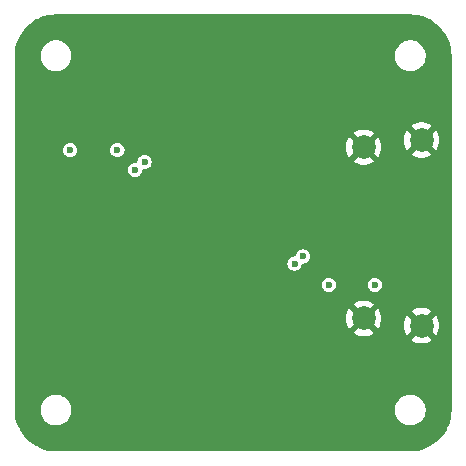
<source format=gbr>
%TF.GenerationSoftware,KiCad,Pcbnew,8.0.2*%
%TF.CreationDate,2024-06-01T15:43:26+01:00*%
%TF.ProjectId,hdmi-csi,68646d69-2d63-4736-992e-6b696361645f,rev?*%
%TF.SameCoordinates,Original*%
%TF.FileFunction,Copper,L2,Inr*%
%TF.FilePolarity,Positive*%
%FSLAX46Y46*%
G04 Gerber Fmt 4.6, Leading zero omitted, Abs format (unit mm)*
G04 Created by KiCad (PCBNEW 8.0.2) date 2024-06-01 15:43:26*
%MOMM*%
%LPD*%
G01*
G04 APERTURE LIST*
%TA.AperFunction,ComponentPad*%
%ADD10C,2.000000*%
%TD*%
%TA.AperFunction,ViaPad*%
%ADD11C,0.600000*%
%TD*%
G04 APERTURE END LIST*
D10*
%TO.N,GND*%
%TO.C,CN1*%
X184950000Y-76850000D03*
X180050000Y-76250000D03*
X180050000Y-61750000D03*
X184950000Y-61150000D03*
%TD*%
D11*
%TO.N,GND*%
X181100000Y-64750000D03*
X181125000Y-66275000D03*
X181150000Y-67775000D03*
X181200000Y-69300000D03*
X181200000Y-71600000D03*
%TO.N,+3.3V*%
X177100000Y-73400000D03*
X181000000Y-73400000D03*
%TO.N,/CAM_SDA*%
X174900000Y-71000000D03*
X161500000Y-63000000D03*
%TO.N,/CAM_SCL*%
X174200000Y-71600000D03*
X160700000Y-63671750D03*
%TO.N,GND*%
X155300000Y-73000000D03*
X155300000Y-67000000D03*
X155300000Y-70000000D03*
%TO.N,+3.3V*%
X155200000Y-62000000D03*
X159200000Y-62000000D03*
%TO.N,GND*%
X155300000Y-76000000D03*
%TD*%
%TA.AperFunction,Conductor*%
%TO.N,GND*%
G36*
X184003032Y-50500648D02*
G01*
X184336929Y-50517052D01*
X184349037Y-50518245D01*
X184452146Y-50533539D01*
X184676699Y-50566849D01*
X184688617Y-50569219D01*
X185009951Y-50649709D01*
X185021588Y-50653240D01*
X185092806Y-50678722D01*
X185333467Y-50764832D01*
X185344688Y-50769479D01*
X185644163Y-50911120D01*
X185654871Y-50916844D01*
X185938988Y-51087137D01*
X185949106Y-51093897D01*
X186215170Y-51291224D01*
X186224576Y-51298944D01*
X186470013Y-51521395D01*
X186478604Y-51529986D01*
X186665755Y-51736475D01*
X186701055Y-51775423D01*
X186708775Y-51784829D01*
X186906102Y-52050893D01*
X186912862Y-52061011D01*
X187041776Y-52276092D01*
X187083148Y-52345116D01*
X187088885Y-52355848D01*
X187230514Y-52655297D01*
X187235170Y-52666540D01*
X187346759Y-52978411D01*
X187350292Y-52990055D01*
X187430777Y-53311369D01*
X187433151Y-53323305D01*
X187481754Y-53650962D01*
X187482947Y-53663071D01*
X187499351Y-53996966D01*
X187499500Y-54003051D01*
X187499500Y-83996948D01*
X187499351Y-84003033D01*
X187482947Y-84336928D01*
X187481754Y-84349037D01*
X187433151Y-84676694D01*
X187430777Y-84688630D01*
X187350292Y-85009944D01*
X187346759Y-85021588D01*
X187235170Y-85333459D01*
X187230514Y-85344702D01*
X187088885Y-85644151D01*
X187083148Y-85654883D01*
X186912862Y-85938988D01*
X186906102Y-85949106D01*
X186708775Y-86215170D01*
X186701055Y-86224576D01*
X186478611Y-86470006D01*
X186470006Y-86478611D01*
X186224576Y-86701055D01*
X186215170Y-86708775D01*
X185949106Y-86906102D01*
X185938988Y-86912862D01*
X185654883Y-87083148D01*
X185644151Y-87088885D01*
X185344702Y-87230514D01*
X185333459Y-87235170D01*
X185021588Y-87346759D01*
X185009944Y-87350292D01*
X184688630Y-87430777D01*
X184676694Y-87433151D01*
X184349037Y-87481754D01*
X184336928Y-87482947D01*
X184021989Y-87498419D01*
X184003031Y-87499351D01*
X183996949Y-87499500D01*
X154003051Y-87499500D01*
X153996968Y-87499351D01*
X153976900Y-87498365D01*
X153663071Y-87482947D01*
X153650962Y-87481754D01*
X153323305Y-87433151D01*
X153311369Y-87430777D01*
X152990055Y-87350292D01*
X152978411Y-87346759D01*
X152666540Y-87235170D01*
X152655301Y-87230515D01*
X152355844Y-87088883D01*
X152345121Y-87083150D01*
X152061011Y-86912862D01*
X152050893Y-86906102D01*
X151784829Y-86708775D01*
X151775423Y-86701055D01*
X151736475Y-86665755D01*
X151529986Y-86478604D01*
X151521395Y-86470013D01*
X151298944Y-86224576D01*
X151291224Y-86215170D01*
X151093897Y-85949106D01*
X151087137Y-85938988D01*
X150916844Y-85654871D01*
X150911120Y-85644163D01*
X150769479Y-85344688D01*
X150764829Y-85333459D01*
X150718944Y-85205220D01*
X150653240Y-85021588D01*
X150649707Y-85009944D01*
X150640958Y-84975015D01*
X150569219Y-84688617D01*
X150566848Y-84676694D01*
X150518245Y-84349037D01*
X150517052Y-84336927D01*
X150500649Y-84003032D01*
X150500500Y-83996948D01*
X150500500Y-83897648D01*
X152699500Y-83897648D01*
X152699500Y-84102351D01*
X152731522Y-84304534D01*
X152794781Y-84499223D01*
X152858691Y-84624653D01*
X152885208Y-84676694D01*
X152887715Y-84681613D01*
X153008028Y-84847213D01*
X153152786Y-84991971D01*
X153307749Y-85104556D01*
X153318390Y-85112287D01*
X153434607Y-85171503D01*
X153500776Y-85205218D01*
X153500778Y-85205218D01*
X153500781Y-85205220D01*
X153605137Y-85239127D01*
X153695465Y-85268477D01*
X153796557Y-85284488D01*
X153897648Y-85300500D01*
X153897649Y-85300500D01*
X154102351Y-85300500D01*
X154102352Y-85300500D01*
X154304534Y-85268477D01*
X154499219Y-85205220D01*
X154681610Y-85112287D01*
X154774590Y-85044732D01*
X154847213Y-84991971D01*
X154847215Y-84991968D01*
X154847219Y-84991966D01*
X154991966Y-84847219D01*
X154991968Y-84847215D01*
X154991971Y-84847213D01*
X155044732Y-84774590D01*
X155112287Y-84681610D01*
X155205220Y-84499219D01*
X155268477Y-84304534D01*
X155300500Y-84102352D01*
X155300500Y-83897648D01*
X182699500Y-83897648D01*
X182699500Y-84102351D01*
X182731522Y-84304534D01*
X182794781Y-84499223D01*
X182858691Y-84624653D01*
X182885208Y-84676694D01*
X182887715Y-84681613D01*
X183008028Y-84847213D01*
X183152786Y-84991971D01*
X183307749Y-85104556D01*
X183318390Y-85112287D01*
X183434607Y-85171503D01*
X183500776Y-85205218D01*
X183500778Y-85205218D01*
X183500781Y-85205220D01*
X183605137Y-85239127D01*
X183695465Y-85268477D01*
X183796557Y-85284488D01*
X183897648Y-85300500D01*
X183897649Y-85300500D01*
X184102351Y-85300500D01*
X184102352Y-85300500D01*
X184304534Y-85268477D01*
X184499219Y-85205220D01*
X184681610Y-85112287D01*
X184774590Y-85044732D01*
X184847213Y-84991971D01*
X184847215Y-84991968D01*
X184847219Y-84991966D01*
X184991966Y-84847219D01*
X184991968Y-84847215D01*
X184991971Y-84847213D01*
X185044732Y-84774590D01*
X185112287Y-84681610D01*
X185205220Y-84499219D01*
X185268477Y-84304534D01*
X185300500Y-84102352D01*
X185300500Y-83897648D01*
X185268477Y-83695466D01*
X185205220Y-83500781D01*
X185205218Y-83500778D01*
X185205218Y-83500776D01*
X185171503Y-83434607D01*
X185112287Y-83318390D01*
X185104556Y-83307749D01*
X184991971Y-83152786D01*
X184847213Y-83008028D01*
X184681613Y-82887715D01*
X184681612Y-82887714D01*
X184681610Y-82887713D01*
X184624653Y-82858691D01*
X184499223Y-82794781D01*
X184304534Y-82731522D01*
X184129995Y-82703878D01*
X184102352Y-82699500D01*
X183897648Y-82699500D01*
X183873329Y-82703351D01*
X183695465Y-82731522D01*
X183500776Y-82794781D01*
X183318386Y-82887715D01*
X183152786Y-83008028D01*
X183008028Y-83152786D01*
X182887715Y-83318386D01*
X182794781Y-83500776D01*
X182731522Y-83695465D01*
X182699500Y-83897648D01*
X155300500Y-83897648D01*
X155268477Y-83695466D01*
X155205220Y-83500781D01*
X155205218Y-83500778D01*
X155205218Y-83500776D01*
X155171503Y-83434607D01*
X155112287Y-83318390D01*
X155104556Y-83307749D01*
X154991971Y-83152786D01*
X154847213Y-83008028D01*
X154681613Y-82887715D01*
X154681612Y-82887714D01*
X154681610Y-82887713D01*
X154624653Y-82858691D01*
X154499223Y-82794781D01*
X154304534Y-82731522D01*
X154129995Y-82703878D01*
X154102352Y-82699500D01*
X153897648Y-82699500D01*
X153873329Y-82703351D01*
X153695465Y-82731522D01*
X153500776Y-82794781D01*
X153318386Y-82887715D01*
X153152786Y-83008028D01*
X153008028Y-83152786D01*
X152887715Y-83318386D01*
X152794781Y-83500776D01*
X152731522Y-83695465D01*
X152699500Y-83897648D01*
X150500500Y-83897648D01*
X150500500Y-76249994D01*
X178544859Y-76249994D01*
X178544859Y-76250005D01*
X178565385Y-76497729D01*
X178565387Y-76497738D01*
X178626412Y-76738717D01*
X178726266Y-76966364D01*
X178826564Y-77119882D01*
X179448949Y-76497497D01*
X179473967Y-76557896D01*
X179545103Y-76664358D01*
X179635642Y-76754897D01*
X179742104Y-76826033D01*
X179802501Y-76851050D01*
X179179942Y-77473609D01*
X179226768Y-77510055D01*
X179226770Y-77510056D01*
X179445385Y-77628364D01*
X179445396Y-77628369D01*
X179680506Y-77709083D01*
X179925707Y-77750000D01*
X180174293Y-77750000D01*
X180419493Y-77709083D01*
X180654603Y-77628369D01*
X180654614Y-77628364D01*
X180873228Y-77510057D01*
X180873231Y-77510055D01*
X180920056Y-77473609D01*
X180297497Y-76851050D01*
X180357896Y-76826033D01*
X180464358Y-76754897D01*
X180554897Y-76664358D01*
X180626033Y-76557896D01*
X180651050Y-76497498D01*
X181273434Y-77119882D01*
X181373731Y-76966369D01*
X181424777Y-76849994D01*
X183444859Y-76849994D01*
X183444859Y-76850005D01*
X183465385Y-77097729D01*
X183465387Y-77097738D01*
X183526412Y-77338717D01*
X183626266Y-77566364D01*
X183726564Y-77719882D01*
X184348949Y-77097497D01*
X184373967Y-77157896D01*
X184445103Y-77264358D01*
X184535642Y-77354897D01*
X184642104Y-77426033D01*
X184702501Y-77451050D01*
X184079942Y-78073609D01*
X184126768Y-78110055D01*
X184126770Y-78110056D01*
X184345385Y-78228364D01*
X184345396Y-78228369D01*
X184580506Y-78309083D01*
X184825707Y-78350000D01*
X185074293Y-78350000D01*
X185319493Y-78309083D01*
X185554603Y-78228369D01*
X185554614Y-78228364D01*
X185773228Y-78110057D01*
X185773231Y-78110055D01*
X185820056Y-78073609D01*
X185197497Y-77451050D01*
X185257896Y-77426033D01*
X185364358Y-77354897D01*
X185454897Y-77264358D01*
X185526033Y-77157896D01*
X185551050Y-77097497D01*
X186173434Y-77719882D01*
X186273731Y-77566369D01*
X186373587Y-77338717D01*
X186434612Y-77097738D01*
X186434614Y-77097729D01*
X186455141Y-76850005D01*
X186455141Y-76849994D01*
X186434614Y-76602270D01*
X186434612Y-76602261D01*
X186373587Y-76361282D01*
X186273731Y-76133630D01*
X186173434Y-75980116D01*
X185551050Y-76602501D01*
X185526033Y-76542104D01*
X185454897Y-76435642D01*
X185364358Y-76345103D01*
X185257896Y-76273967D01*
X185197498Y-76248949D01*
X185820057Y-75626390D01*
X185820056Y-75626389D01*
X185773229Y-75589943D01*
X185554614Y-75471635D01*
X185554603Y-75471630D01*
X185319493Y-75390916D01*
X185074293Y-75350000D01*
X184825707Y-75350000D01*
X184580506Y-75390916D01*
X184345396Y-75471630D01*
X184345390Y-75471632D01*
X184126761Y-75589949D01*
X184079942Y-75626388D01*
X184079942Y-75626390D01*
X184702502Y-76248949D01*
X184642104Y-76273967D01*
X184535642Y-76345103D01*
X184445103Y-76435642D01*
X184373967Y-76542104D01*
X184348949Y-76602501D01*
X183726564Y-75980116D01*
X183626267Y-76133632D01*
X183526412Y-76361282D01*
X183465387Y-76602261D01*
X183465385Y-76602270D01*
X183444859Y-76849994D01*
X181424777Y-76849994D01*
X181473587Y-76738717D01*
X181534612Y-76497738D01*
X181534614Y-76497729D01*
X181555141Y-76250005D01*
X181555141Y-76249994D01*
X181534614Y-76002270D01*
X181534612Y-76002261D01*
X181473587Y-75761282D01*
X181373731Y-75533630D01*
X181273434Y-75380116D01*
X180651050Y-76002501D01*
X180626033Y-75942104D01*
X180554897Y-75835642D01*
X180464358Y-75745103D01*
X180357896Y-75673967D01*
X180297498Y-75648949D01*
X180920057Y-75026390D01*
X180920056Y-75026389D01*
X180873229Y-74989943D01*
X180654614Y-74871635D01*
X180654603Y-74871630D01*
X180419493Y-74790916D01*
X180174293Y-74750000D01*
X179925707Y-74750000D01*
X179680506Y-74790916D01*
X179445396Y-74871630D01*
X179445390Y-74871632D01*
X179226761Y-74989949D01*
X179179942Y-75026388D01*
X179179942Y-75026390D01*
X179802502Y-75648949D01*
X179742104Y-75673967D01*
X179635642Y-75745103D01*
X179545103Y-75835642D01*
X179473967Y-75942104D01*
X179448949Y-76002501D01*
X178826564Y-75380116D01*
X178726267Y-75533632D01*
X178626412Y-75761282D01*
X178565387Y-76002261D01*
X178565385Y-76002270D01*
X178544859Y-76249994D01*
X150500500Y-76249994D01*
X150500500Y-73399998D01*
X176494318Y-73399998D01*
X176494318Y-73400001D01*
X176514955Y-73556760D01*
X176514956Y-73556762D01*
X176575464Y-73702841D01*
X176671718Y-73828282D01*
X176797159Y-73924536D01*
X176943238Y-73985044D01*
X177021619Y-73995363D01*
X177099999Y-74005682D01*
X177100000Y-74005682D01*
X177100001Y-74005682D01*
X177152254Y-73998802D01*
X177256762Y-73985044D01*
X177402841Y-73924536D01*
X177528282Y-73828282D01*
X177624536Y-73702841D01*
X177685044Y-73556762D01*
X177705682Y-73400000D01*
X177705682Y-73399998D01*
X180394318Y-73399998D01*
X180394318Y-73400001D01*
X180414955Y-73556760D01*
X180414956Y-73556762D01*
X180475464Y-73702841D01*
X180571718Y-73828282D01*
X180697159Y-73924536D01*
X180843238Y-73985044D01*
X180921619Y-73995363D01*
X180999999Y-74005682D01*
X181000000Y-74005682D01*
X181000001Y-74005682D01*
X181052254Y-73998802D01*
X181156762Y-73985044D01*
X181302841Y-73924536D01*
X181428282Y-73828282D01*
X181524536Y-73702841D01*
X181585044Y-73556762D01*
X181605682Y-73400000D01*
X181585044Y-73243238D01*
X181524536Y-73097159D01*
X181428282Y-72971718D01*
X181302841Y-72875464D01*
X181156762Y-72814956D01*
X181156760Y-72814955D01*
X181000001Y-72794318D01*
X180999999Y-72794318D01*
X180843239Y-72814955D01*
X180843237Y-72814956D01*
X180697160Y-72875463D01*
X180571718Y-72971718D01*
X180475463Y-73097160D01*
X180414956Y-73243237D01*
X180414955Y-73243239D01*
X180394318Y-73399998D01*
X177705682Y-73399998D01*
X177685044Y-73243238D01*
X177624536Y-73097159D01*
X177528282Y-72971718D01*
X177402841Y-72875464D01*
X177256762Y-72814956D01*
X177256760Y-72814955D01*
X177100001Y-72794318D01*
X177099999Y-72794318D01*
X176943239Y-72814955D01*
X176943237Y-72814956D01*
X176797160Y-72875463D01*
X176671718Y-72971718D01*
X176575463Y-73097160D01*
X176514956Y-73243237D01*
X176514955Y-73243239D01*
X176494318Y-73399998D01*
X150500500Y-73399998D01*
X150500500Y-71599998D01*
X173594318Y-71599998D01*
X173594318Y-71600001D01*
X173614955Y-71756760D01*
X173614956Y-71756762D01*
X173675464Y-71902841D01*
X173771718Y-72028282D01*
X173897159Y-72124536D01*
X174043238Y-72185044D01*
X174121619Y-72195363D01*
X174199999Y-72205682D01*
X174200000Y-72205682D01*
X174200001Y-72205682D01*
X174252254Y-72198802D01*
X174356762Y-72185044D01*
X174502841Y-72124536D01*
X174628282Y-72028282D01*
X174724536Y-71902841D01*
X174785044Y-71756762D01*
X174790838Y-71712751D01*
X174819102Y-71648858D01*
X174877426Y-71610386D01*
X174897591Y-71605999D01*
X174899999Y-71605681D01*
X174900000Y-71605682D01*
X175056762Y-71585044D01*
X175202841Y-71524536D01*
X175328282Y-71428282D01*
X175424536Y-71302841D01*
X175485044Y-71156762D01*
X175505682Y-71000000D01*
X175485044Y-70843238D01*
X175424536Y-70697159D01*
X175328282Y-70571718D01*
X175202841Y-70475464D01*
X175056762Y-70414956D01*
X175056760Y-70414955D01*
X174900001Y-70394318D01*
X174899999Y-70394318D01*
X174743239Y-70414955D01*
X174743237Y-70414956D01*
X174597160Y-70475463D01*
X174471718Y-70571718D01*
X174375463Y-70697160D01*
X174314956Y-70843237D01*
X174314956Y-70843239D01*
X174309162Y-70887247D01*
X174280895Y-70951144D01*
X174222570Y-70989614D01*
X174202409Y-70994000D01*
X174064568Y-71012147D01*
X174043238Y-71014956D01*
X174043237Y-71014956D01*
X173897160Y-71075463D01*
X173771718Y-71171718D01*
X173675463Y-71297160D01*
X173614956Y-71443237D01*
X173614955Y-71443239D01*
X173594318Y-71599998D01*
X150500500Y-71599998D01*
X150500500Y-63671748D01*
X160094318Y-63671748D01*
X160094318Y-63671751D01*
X160114955Y-63828510D01*
X160114956Y-63828512D01*
X160175464Y-63974591D01*
X160271718Y-64100032D01*
X160397159Y-64196286D01*
X160543238Y-64256794D01*
X160621619Y-64267113D01*
X160699999Y-64277432D01*
X160700000Y-64277432D01*
X160700001Y-64277432D01*
X160752254Y-64270552D01*
X160856762Y-64256794D01*
X161002841Y-64196286D01*
X161128282Y-64100032D01*
X161224536Y-63974591D01*
X161285044Y-63828512D01*
X161301357Y-63704599D01*
X161329623Y-63640703D01*
X161387948Y-63602232D01*
X161440480Y-63597846D01*
X161500000Y-63605682D01*
X161500001Y-63605682D01*
X161559521Y-63597846D01*
X161656762Y-63585044D01*
X161802841Y-63524536D01*
X161928282Y-63428282D01*
X162024536Y-63302841D01*
X162085044Y-63156762D01*
X162105682Y-63000000D01*
X162085044Y-62843238D01*
X162024536Y-62697159D01*
X161928282Y-62571718D01*
X161802841Y-62475464D01*
X161656762Y-62414956D01*
X161656760Y-62414955D01*
X161500001Y-62394318D01*
X161499999Y-62394318D01*
X161343239Y-62414955D01*
X161343237Y-62414956D01*
X161197160Y-62475463D01*
X161071718Y-62571718D01*
X160975463Y-62697160D01*
X160914956Y-62843237D01*
X160914956Y-62843239D01*
X160898642Y-62967150D01*
X160870375Y-63031046D01*
X160812050Y-63069517D01*
X160759519Y-63073903D01*
X160700003Y-63066068D01*
X160699999Y-63066068D01*
X160543239Y-63086705D01*
X160543237Y-63086706D01*
X160397160Y-63147213D01*
X160271718Y-63243468D01*
X160175463Y-63368910D01*
X160114956Y-63514987D01*
X160114955Y-63514989D01*
X160094318Y-63671748D01*
X150500500Y-63671748D01*
X150500500Y-61999998D01*
X154594318Y-61999998D01*
X154594318Y-62000001D01*
X154614955Y-62156760D01*
X154614956Y-62156762D01*
X154675464Y-62302841D01*
X154771718Y-62428282D01*
X154897159Y-62524536D01*
X155043238Y-62585044D01*
X155121619Y-62595363D01*
X155199999Y-62605682D01*
X155200000Y-62605682D01*
X155200001Y-62605682D01*
X155252254Y-62598802D01*
X155356762Y-62585044D01*
X155502841Y-62524536D01*
X155628282Y-62428282D01*
X155724536Y-62302841D01*
X155785044Y-62156762D01*
X155798802Y-62052254D01*
X155805682Y-62000001D01*
X155805682Y-61999998D01*
X158594318Y-61999998D01*
X158594318Y-62000001D01*
X158614955Y-62156760D01*
X158614956Y-62156762D01*
X158675464Y-62302841D01*
X158771718Y-62428282D01*
X158897159Y-62524536D01*
X159043238Y-62585044D01*
X159121619Y-62595363D01*
X159199999Y-62605682D01*
X159200000Y-62605682D01*
X159200001Y-62605682D01*
X159252254Y-62598802D01*
X159356762Y-62585044D01*
X159502841Y-62524536D01*
X159628282Y-62428282D01*
X159724536Y-62302841D01*
X159785044Y-62156762D01*
X159798802Y-62052254D01*
X159805682Y-62000001D01*
X159805682Y-61999998D01*
X159785044Y-61843239D01*
X159785044Y-61843238D01*
X159746421Y-61749994D01*
X178544859Y-61749994D01*
X178544859Y-61750005D01*
X178565385Y-61997729D01*
X178565387Y-61997738D01*
X178626412Y-62238717D01*
X178726266Y-62466364D01*
X178826564Y-62619882D01*
X179448949Y-61997497D01*
X179473967Y-62057896D01*
X179545103Y-62164358D01*
X179635642Y-62254897D01*
X179742104Y-62326033D01*
X179802501Y-62351050D01*
X179179942Y-62973609D01*
X179226768Y-63010055D01*
X179226770Y-63010056D01*
X179445385Y-63128364D01*
X179445396Y-63128369D01*
X179680506Y-63209083D01*
X179925707Y-63250000D01*
X180174293Y-63250000D01*
X180419493Y-63209083D01*
X180654603Y-63128369D01*
X180654614Y-63128364D01*
X180873228Y-63010057D01*
X180873231Y-63010055D01*
X180920056Y-62973609D01*
X180297497Y-62351050D01*
X180357896Y-62326033D01*
X180464358Y-62254897D01*
X180554897Y-62164358D01*
X180626033Y-62057896D01*
X180651050Y-61997498D01*
X181273434Y-62619882D01*
X181373731Y-62466369D01*
X181473587Y-62238717D01*
X181534612Y-61997738D01*
X181534614Y-61997729D01*
X181555141Y-61750005D01*
X181555141Y-61749994D01*
X181534614Y-61502270D01*
X181534612Y-61502261D01*
X181473587Y-61261282D01*
X181424772Y-61149994D01*
X183444859Y-61149994D01*
X183444859Y-61150005D01*
X183465385Y-61397729D01*
X183465387Y-61397738D01*
X183526412Y-61638717D01*
X183626266Y-61866364D01*
X183726564Y-62019882D01*
X184348949Y-61397497D01*
X184373967Y-61457896D01*
X184445103Y-61564358D01*
X184535642Y-61654897D01*
X184642104Y-61726033D01*
X184702501Y-61751050D01*
X184079942Y-62373609D01*
X184126768Y-62410055D01*
X184126770Y-62410056D01*
X184345385Y-62528364D01*
X184345396Y-62528369D01*
X184580506Y-62609083D01*
X184825707Y-62650000D01*
X185074293Y-62650000D01*
X185319493Y-62609083D01*
X185554603Y-62528369D01*
X185554614Y-62528364D01*
X185773228Y-62410057D01*
X185773231Y-62410055D01*
X185820056Y-62373609D01*
X185197497Y-61751050D01*
X185257896Y-61726033D01*
X185364358Y-61654897D01*
X185454897Y-61564358D01*
X185526033Y-61457896D01*
X185551050Y-61397498D01*
X186173434Y-62019882D01*
X186273731Y-61866369D01*
X186373587Y-61638717D01*
X186434612Y-61397738D01*
X186434614Y-61397729D01*
X186455141Y-61150005D01*
X186455141Y-61149994D01*
X186434614Y-60902270D01*
X186434612Y-60902261D01*
X186373587Y-60661282D01*
X186273731Y-60433630D01*
X186173434Y-60280116D01*
X185551050Y-60902501D01*
X185526033Y-60842104D01*
X185454897Y-60735642D01*
X185364358Y-60645103D01*
X185257896Y-60573967D01*
X185197498Y-60548949D01*
X185820057Y-59926390D01*
X185820056Y-59926389D01*
X185773229Y-59889943D01*
X185554614Y-59771635D01*
X185554603Y-59771630D01*
X185319493Y-59690916D01*
X185074293Y-59650000D01*
X184825707Y-59650000D01*
X184580506Y-59690916D01*
X184345396Y-59771630D01*
X184345390Y-59771632D01*
X184126761Y-59889949D01*
X184079942Y-59926388D01*
X184079942Y-59926390D01*
X184702502Y-60548949D01*
X184642104Y-60573967D01*
X184535642Y-60645103D01*
X184445103Y-60735642D01*
X184373967Y-60842104D01*
X184348949Y-60902501D01*
X183726564Y-60280116D01*
X183626267Y-60433632D01*
X183526412Y-60661282D01*
X183465387Y-60902261D01*
X183465385Y-60902270D01*
X183444859Y-61149994D01*
X181424772Y-61149994D01*
X181373731Y-61033630D01*
X181273434Y-60880116D01*
X180651050Y-61502501D01*
X180626033Y-61442104D01*
X180554897Y-61335642D01*
X180464358Y-61245103D01*
X180357896Y-61173967D01*
X180297498Y-61148949D01*
X180920057Y-60526390D01*
X180920056Y-60526389D01*
X180873229Y-60489943D01*
X180654614Y-60371635D01*
X180654603Y-60371630D01*
X180419493Y-60290916D01*
X180174293Y-60250000D01*
X179925707Y-60250000D01*
X179680506Y-60290916D01*
X179445396Y-60371630D01*
X179445390Y-60371632D01*
X179226761Y-60489949D01*
X179179942Y-60526388D01*
X179179942Y-60526390D01*
X179802502Y-61148949D01*
X179742104Y-61173967D01*
X179635642Y-61245103D01*
X179545103Y-61335642D01*
X179473967Y-61442104D01*
X179448949Y-61502501D01*
X178826564Y-60880116D01*
X178726267Y-61033632D01*
X178626412Y-61261282D01*
X178565387Y-61502261D01*
X178565385Y-61502270D01*
X178544859Y-61749994D01*
X159746421Y-61749994D01*
X159724536Y-61697159D01*
X159628282Y-61571718D01*
X159502841Y-61475464D01*
X159356762Y-61414956D01*
X159356760Y-61414955D01*
X159200001Y-61394318D01*
X159199999Y-61394318D01*
X159043239Y-61414955D01*
X159043237Y-61414956D01*
X158897160Y-61475463D01*
X158771718Y-61571718D01*
X158675463Y-61697160D01*
X158614956Y-61843237D01*
X158614955Y-61843239D01*
X158594318Y-61999998D01*
X155805682Y-61999998D01*
X155785044Y-61843239D01*
X155785044Y-61843238D01*
X155724536Y-61697159D01*
X155628282Y-61571718D01*
X155502841Y-61475464D01*
X155356762Y-61414956D01*
X155356760Y-61414955D01*
X155200001Y-61394318D01*
X155199999Y-61394318D01*
X155043239Y-61414955D01*
X155043237Y-61414956D01*
X154897160Y-61475463D01*
X154771718Y-61571718D01*
X154675463Y-61697160D01*
X154614956Y-61843237D01*
X154614955Y-61843239D01*
X154594318Y-61999998D01*
X150500500Y-61999998D01*
X150500500Y-54003051D01*
X150500649Y-53996967D01*
X150505528Y-53897648D01*
X152699500Y-53897648D01*
X152699500Y-54102351D01*
X152731522Y-54304534D01*
X152794781Y-54499223D01*
X152887715Y-54681613D01*
X153008028Y-54847213D01*
X153152786Y-54991971D01*
X153307749Y-55104556D01*
X153318390Y-55112287D01*
X153434607Y-55171503D01*
X153500776Y-55205218D01*
X153500778Y-55205218D01*
X153500781Y-55205220D01*
X153605137Y-55239127D01*
X153695465Y-55268477D01*
X153796557Y-55284488D01*
X153897648Y-55300500D01*
X153897649Y-55300500D01*
X154102351Y-55300500D01*
X154102352Y-55300500D01*
X154304534Y-55268477D01*
X154499219Y-55205220D01*
X154681610Y-55112287D01*
X154774590Y-55044732D01*
X154847213Y-54991971D01*
X154847215Y-54991968D01*
X154847219Y-54991966D01*
X154991966Y-54847219D01*
X154991968Y-54847215D01*
X154991971Y-54847213D01*
X155044732Y-54774590D01*
X155112287Y-54681610D01*
X155205220Y-54499219D01*
X155268477Y-54304534D01*
X155300500Y-54102352D01*
X155300500Y-53897648D01*
X182699500Y-53897648D01*
X182699500Y-54102351D01*
X182731522Y-54304534D01*
X182794781Y-54499223D01*
X182887715Y-54681613D01*
X183008028Y-54847213D01*
X183152786Y-54991971D01*
X183307749Y-55104556D01*
X183318390Y-55112287D01*
X183434607Y-55171503D01*
X183500776Y-55205218D01*
X183500778Y-55205218D01*
X183500781Y-55205220D01*
X183605137Y-55239127D01*
X183695465Y-55268477D01*
X183796557Y-55284488D01*
X183897648Y-55300500D01*
X183897649Y-55300500D01*
X184102351Y-55300500D01*
X184102352Y-55300500D01*
X184304534Y-55268477D01*
X184499219Y-55205220D01*
X184681610Y-55112287D01*
X184774590Y-55044732D01*
X184847213Y-54991971D01*
X184847215Y-54991968D01*
X184847219Y-54991966D01*
X184991966Y-54847219D01*
X184991968Y-54847215D01*
X184991971Y-54847213D01*
X185044732Y-54774590D01*
X185112287Y-54681610D01*
X185205220Y-54499219D01*
X185268477Y-54304534D01*
X185300500Y-54102352D01*
X185300500Y-53897648D01*
X185268477Y-53695466D01*
X185205220Y-53500781D01*
X185205218Y-53500778D01*
X185205218Y-53500776D01*
X185159987Y-53412007D01*
X185112287Y-53318390D01*
X185104556Y-53307749D01*
X184991971Y-53152786D01*
X184847213Y-53008028D01*
X184681613Y-52887715D01*
X184681612Y-52887714D01*
X184681610Y-52887713D01*
X184624653Y-52858691D01*
X184499223Y-52794781D01*
X184304534Y-52731522D01*
X184129995Y-52703878D01*
X184102352Y-52699500D01*
X183897648Y-52699500D01*
X183873329Y-52703351D01*
X183695465Y-52731522D01*
X183500776Y-52794781D01*
X183318386Y-52887715D01*
X183152786Y-53008028D01*
X183008028Y-53152786D01*
X182887715Y-53318386D01*
X182794781Y-53500776D01*
X182731522Y-53695465D01*
X182699500Y-53897648D01*
X155300500Y-53897648D01*
X155268477Y-53695466D01*
X155205220Y-53500781D01*
X155205218Y-53500778D01*
X155205218Y-53500776D01*
X155159987Y-53412007D01*
X155112287Y-53318390D01*
X155104556Y-53307749D01*
X154991971Y-53152786D01*
X154847213Y-53008028D01*
X154681613Y-52887715D01*
X154681612Y-52887714D01*
X154681610Y-52887713D01*
X154624653Y-52858691D01*
X154499223Y-52794781D01*
X154304534Y-52731522D01*
X154129995Y-52703878D01*
X154102352Y-52699500D01*
X153897648Y-52699500D01*
X153873329Y-52703351D01*
X153695465Y-52731522D01*
X153500776Y-52794781D01*
X153318386Y-52887715D01*
X153152786Y-53008028D01*
X153008028Y-53152786D01*
X152887715Y-53318386D01*
X152794781Y-53500776D01*
X152731522Y-53695465D01*
X152699500Y-53897648D01*
X150505528Y-53897648D01*
X150517052Y-53663072D01*
X150518245Y-53650962D01*
X150540523Y-53500776D01*
X150566849Y-53323296D01*
X150569218Y-53311385D01*
X150649710Y-52990043D01*
X150653240Y-52978411D01*
X150764835Y-52666525D01*
X150769476Y-52655318D01*
X150911124Y-52355828D01*
X150916840Y-52345136D01*
X151087145Y-52060998D01*
X151093888Y-52050905D01*
X151291232Y-51784818D01*
X151298935Y-51775433D01*
X151521405Y-51529975D01*
X151529975Y-51521405D01*
X151775433Y-51298935D01*
X151784818Y-51291232D01*
X152050905Y-51093888D01*
X152060998Y-51087145D01*
X152345136Y-50916840D01*
X152355828Y-50911124D01*
X152655318Y-50769476D01*
X152666525Y-50764835D01*
X152978412Y-50653239D01*
X152990043Y-50649710D01*
X153311385Y-50569218D01*
X153323296Y-50566849D01*
X153650962Y-50518244D01*
X153663068Y-50517052D01*
X153996967Y-50500648D01*
X154003051Y-50500500D01*
X154065892Y-50500500D01*
X183934108Y-50500500D01*
X183996949Y-50500500D01*
X184003032Y-50500648D01*
G37*
%TD.AperFunction*%
%TD*%
M02*

</source>
